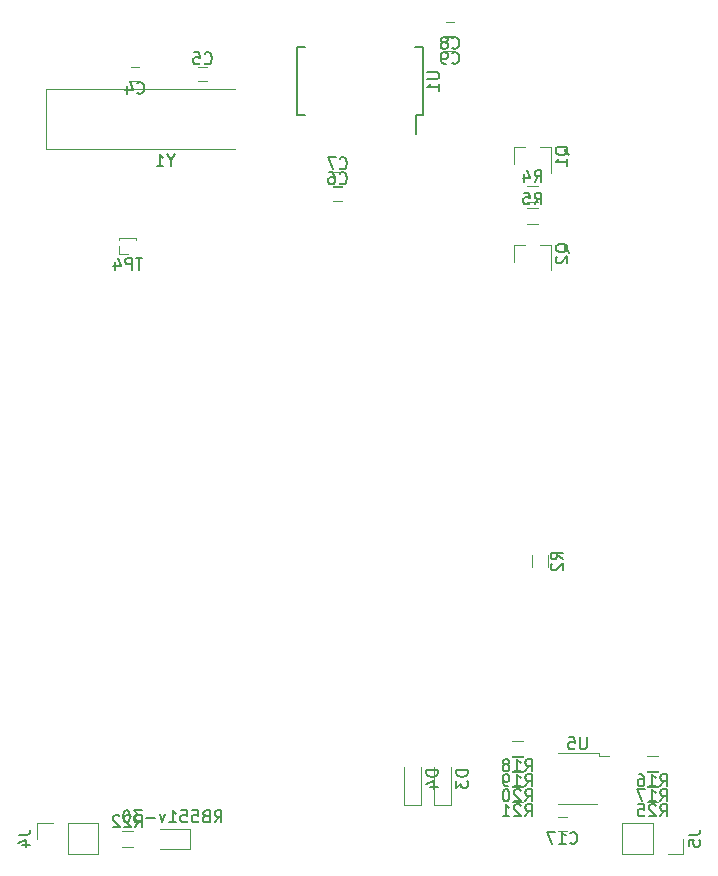
<source format=gbr>
G04 #@! TF.FileFunction,Legend,Bot*
%FSLAX46Y46*%
G04 Gerber Fmt 4.6, Leading zero omitted, Abs format (unit mm)*
G04 Created by KiCad (PCBNEW 4.0.6) date 01/12/18 22:01:54*
%MOMM*%
%LPD*%
G01*
G04 APERTURE LIST*
%ADD10C,0.100000*%
%ADD11C,0.120000*%
%ADD12C,0.150000*%
G04 APERTURE END LIST*
D10*
D11*
X49715000Y-43190000D02*
X33740000Y-43190000D01*
X33740000Y-43190000D02*
X33740000Y-38090000D01*
X33740000Y-38090000D02*
X49715000Y-38090000D01*
X40925000Y-37430000D02*
X41625000Y-37430000D01*
X41625000Y-36230000D02*
X40925000Y-36230000D01*
X47340000Y-36230000D02*
X46640000Y-36230000D01*
X46640000Y-37430000D02*
X47340000Y-37430000D01*
X58770000Y-46390000D02*
X58070000Y-46390000D01*
X58070000Y-47590000D02*
X58770000Y-47590000D01*
X58770000Y-45120000D02*
X58070000Y-45120000D01*
X58070000Y-46320000D02*
X58770000Y-46320000D01*
X67595000Y-33620000D02*
X68295000Y-33620000D01*
X68295000Y-32420000D02*
X67595000Y-32420000D01*
X67595000Y-34890000D02*
X68295000Y-34890000D01*
X68295000Y-33690000D02*
X67595000Y-33690000D01*
X77120000Y-100930000D02*
X77820000Y-100930000D01*
X77820000Y-99730000D02*
X77120000Y-99730000D01*
X66560000Y-95520000D02*
X66560000Y-98720000D01*
X68060000Y-98720000D02*
X68060000Y-95520000D01*
X68060000Y-98720000D02*
X66560000Y-98720000D01*
X64020000Y-95520000D02*
X64020000Y-98720000D01*
X65520000Y-98720000D02*
X65520000Y-95520000D01*
X65520000Y-98720000D02*
X64020000Y-98720000D01*
X38160000Y-100270000D02*
X38160000Y-102930000D01*
X35560000Y-100270000D02*
X38160000Y-100270000D01*
X35560000Y-102930000D02*
X38160000Y-102930000D01*
X35560000Y-100270000D02*
X35560000Y-102930000D01*
X34290000Y-100270000D02*
X32960000Y-100270000D01*
X32960000Y-100270000D02*
X32960000Y-101600000D01*
X82490000Y-102930000D02*
X82490000Y-100270000D01*
X85090000Y-102930000D02*
X82490000Y-102930000D01*
X85090000Y-100270000D02*
X82490000Y-100270000D01*
X85090000Y-102930000D02*
X85090000Y-100270000D01*
X86360000Y-102930000D02*
X87690000Y-102930000D01*
X87690000Y-102930000D02*
X87690000Y-101600000D01*
X73350000Y-43055000D02*
X74280000Y-43055000D01*
X76510000Y-43055000D02*
X75580000Y-43055000D01*
X76510000Y-43055000D02*
X76510000Y-45215000D01*
X73350000Y-43055000D02*
X73350000Y-44515000D01*
X73350000Y-51310000D02*
X74280000Y-51310000D01*
X76510000Y-51310000D02*
X75580000Y-51310000D01*
X76510000Y-51310000D02*
X76510000Y-53470000D01*
X73350000Y-51310000D02*
X73350000Y-52770000D01*
X74885000Y-77605000D02*
X74885000Y-78605000D01*
X76245000Y-78605000D02*
X76245000Y-77605000D01*
X74430000Y-47670000D02*
X75430000Y-47670000D01*
X75430000Y-46310000D02*
X74430000Y-46310000D01*
X74430000Y-49575000D02*
X75430000Y-49575000D01*
X75430000Y-48215000D02*
X74430000Y-48215000D01*
X85590000Y-94570000D02*
X84590000Y-94570000D01*
X84590000Y-95930000D02*
X85590000Y-95930000D01*
X85590000Y-95840000D02*
X84590000Y-95840000D01*
X84590000Y-97200000D02*
X85590000Y-97200000D01*
X74160000Y-93300000D02*
X73160000Y-93300000D01*
X73160000Y-94660000D02*
X74160000Y-94660000D01*
X74160000Y-94570000D02*
X73160000Y-94570000D01*
X73160000Y-95930000D02*
X74160000Y-95930000D01*
X74160000Y-95840000D02*
X73160000Y-95840000D01*
X73160000Y-97200000D02*
X74160000Y-97200000D01*
X74160000Y-97110000D02*
X73160000Y-97110000D01*
X73160000Y-98470000D02*
X74160000Y-98470000D01*
X40140000Y-102280000D02*
X41140000Y-102280000D01*
X41140000Y-100920000D02*
X40140000Y-100920000D01*
X85590000Y-97110000D02*
X84590000Y-97110000D01*
X84590000Y-98470000D02*
X85590000Y-98470000D01*
X45950000Y-100750000D02*
X45950000Y-102450000D01*
X45950000Y-102450000D02*
X43400000Y-102450000D01*
X45950000Y-100750000D02*
X43400000Y-100750000D01*
X39945000Y-50750000D02*
X41335000Y-50750000D01*
X39945000Y-50750000D02*
X39945000Y-50875000D01*
X41335000Y-50750000D02*
X41335000Y-50875000D01*
X39945000Y-50750000D02*
X40031724Y-50750000D01*
X41248276Y-50750000D02*
X41335000Y-50750000D01*
X39945000Y-51435000D02*
X39945000Y-52120000D01*
X39945000Y-52120000D02*
X40640000Y-52120000D01*
D12*
X65650000Y-40340000D02*
X65075000Y-40340000D01*
X65650000Y-34590000D02*
X65000000Y-34590000D01*
X55000000Y-34590000D02*
X55650000Y-34590000D01*
X55000000Y-40340000D02*
X55650000Y-40340000D01*
X65650000Y-40340000D02*
X65650000Y-34590000D01*
X55000000Y-40340000D02*
X55000000Y-34590000D01*
X65075000Y-40340000D02*
X65075000Y-41940000D01*
D11*
X77090000Y-98670000D02*
X80390000Y-98670000D01*
X81390000Y-94620000D02*
X80540000Y-94620000D01*
X80540000Y-94620000D02*
X80540000Y-94320000D01*
X80540000Y-94320000D02*
X77090000Y-94320000D01*
D12*
X44291191Y-44166190D02*
X44291191Y-44642381D01*
X44624524Y-43642381D02*
X44291191Y-44166190D01*
X43957857Y-43642381D01*
X43100714Y-44642381D02*
X43672143Y-44642381D01*
X43386429Y-44642381D02*
X43386429Y-43642381D01*
X43481667Y-43785238D01*
X43576905Y-43880476D01*
X43672143Y-43928095D01*
X41441666Y-38437143D02*
X41489285Y-38484762D01*
X41632142Y-38532381D01*
X41727380Y-38532381D01*
X41870238Y-38484762D01*
X41965476Y-38389524D01*
X42013095Y-38294286D01*
X42060714Y-38103810D01*
X42060714Y-37960952D01*
X42013095Y-37770476D01*
X41965476Y-37675238D01*
X41870238Y-37580000D01*
X41727380Y-37532381D01*
X41632142Y-37532381D01*
X41489285Y-37580000D01*
X41441666Y-37627619D01*
X40584523Y-37865714D02*
X40584523Y-38532381D01*
X40822619Y-37484762D02*
X41060714Y-38199048D01*
X40441666Y-38199048D01*
X47156666Y-35937143D02*
X47204285Y-35984762D01*
X47347142Y-36032381D01*
X47442380Y-36032381D01*
X47585238Y-35984762D01*
X47680476Y-35889524D01*
X47728095Y-35794286D01*
X47775714Y-35603810D01*
X47775714Y-35460952D01*
X47728095Y-35270476D01*
X47680476Y-35175238D01*
X47585238Y-35080000D01*
X47442380Y-35032381D01*
X47347142Y-35032381D01*
X47204285Y-35080000D01*
X47156666Y-35127619D01*
X46251904Y-35032381D02*
X46728095Y-35032381D01*
X46775714Y-35508571D01*
X46728095Y-35460952D01*
X46632857Y-35413333D01*
X46394761Y-35413333D01*
X46299523Y-35460952D01*
X46251904Y-35508571D01*
X46204285Y-35603810D01*
X46204285Y-35841905D01*
X46251904Y-35937143D01*
X46299523Y-35984762D01*
X46394761Y-36032381D01*
X46632857Y-36032381D01*
X46728095Y-35984762D01*
X46775714Y-35937143D01*
X58586666Y-46097143D02*
X58634285Y-46144762D01*
X58777142Y-46192381D01*
X58872380Y-46192381D01*
X59015238Y-46144762D01*
X59110476Y-46049524D01*
X59158095Y-45954286D01*
X59205714Y-45763810D01*
X59205714Y-45620952D01*
X59158095Y-45430476D01*
X59110476Y-45335238D01*
X59015238Y-45240000D01*
X58872380Y-45192381D01*
X58777142Y-45192381D01*
X58634285Y-45240000D01*
X58586666Y-45287619D01*
X57729523Y-45192381D02*
X57920000Y-45192381D01*
X58015238Y-45240000D01*
X58062857Y-45287619D01*
X58158095Y-45430476D01*
X58205714Y-45620952D01*
X58205714Y-46001905D01*
X58158095Y-46097143D01*
X58110476Y-46144762D01*
X58015238Y-46192381D01*
X57824761Y-46192381D01*
X57729523Y-46144762D01*
X57681904Y-46097143D01*
X57634285Y-46001905D01*
X57634285Y-45763810D01*
X57681904Y-45668571D01*
X57729523Y-45620952D01*
X57824761Y-45573333D01*
X58015238Y-45573333D01*
X58110476Y-45620952D01*
X58158095Y-45668571D01*
X58205714Y-45763810D01*
X58586666Y-44827143D02*
X58634285Y-44874762D01*
X58777142Y-44922381D01*
X58872380Y-44922381D01*
X59015238Y-44874762D01*
X59110476Y-44779524D01*
X59158095Y-44684286D01*
X59205714Y-44493810D01*
X59205714Y-44350952D01*
X59158095Y-44160476D01*
X59110476Y-44065238D01*
X59015238Y-43970000D01*
X58872380Y-43922381D01*
X58777142Y-43922381D01*
X58634285Y-43970000D01*
X58586666Y-44017619D01*
X58253333Y-43922381D02*
X57586666Y-43922381D01*
X58015238Y-44922381D01*
X68111666Y-34627143D02*
X68159285Y-34674762D01*
X68302142Y-34722381D01*
X68397380Y-34722381D01*
X68540238Y-34674762D01*
X68635476Y-34579524D01*
X68683095Y-34484286D01*
X68730714Y-34293810D01*
X68730714Y-34150952D01*
X68683095Y-33960476D01*
X68635476Y-33865238D01*
X68540238Y-33770000D01*
X68397380Y-33722381D01*
X68302142Y-33722381D01*
X68159285Y-33770000D01*
X68111666Y-33817619D01*
X67540238Y-34150952D02*
X67635476Y-34103333D01*
X67683095Y-34055714D01*
X67730714Y-33960476D01*
X67730714Y-33912857D01*
X67683095Y-33817619D01*
X67635476Y-33770000D01*
X67540238Y-33722381D01*
X67349761Y-33722381D01*
X67254523Y-33770000D01*
X67206904Y-33817619D01*
X67159285Y-33912857D01*
X67159285Y-33960476D01*
X67206904Y-34055714D01*
X67254523Y-34103333D01*
X67349761Y-34150952D01*
X67540238Y-34150952D01*
X67635476Y-34198571D01*
X67683095Y-34246190D01*
X67730714Y-34341429D01*
X67730714Y-34531905D01*
X67683095Y-34627143D01*
X67635476Y-34674762D01*
X67540238Y-34722381D01*
X67349761Y-34722381D01*
X67254523Y-34674762D01*
X67206904Y-34627143D01*
X67159285Y-34531905D01*
X67159285Y-34341429D01*
X67206904Y-34246190D01*
X67254523Y-34198571D01*
X67349761Y-34150952D01*
X68111666Y-35897143D02*
X68159285Y-35944762D01*
X68302142Y-35992381D01*
X68397380Y-35992381D01*
X68540238Y-35944762D01*
X68635476Y-35849524D01*
X68683095Y-35754286D01*
X68730714Y-35563810D01*
X68730714Y-35420952D01*
X68683095Y-35230476D01*
X68635476Y-35135238D01*
X68540238Y-35040000D01*
X68397380Y-34992381D01*
X68302142Y-34992381D01*
X68159285Y-35040000D01*
X68111666Y-35087619D01*
X67635476Y-35992381D02*
X67445000Y-35992381D01*
X67349761Y-35944762D01*
X67302142Y-35897143D01*
X67206904Y-35754286D01*
X67159285Y-35563810D01*
X67159285Y-35182857D01*
X67206904Y-35087619D01*
X67254523Y-35040000D01*
X67349761Y-34992381D01*
X67540238Y-34992381D01*
X67635476Y-35040000D01*
X67683095Y-35087619D01*
X67730714Y-35182857D01*
X67730714Y-35420952D01*
X67683095Y-35516190D01*
X67635476Y-35563810D01*
X67540238Y-35611429D01*
X67349761Y-35611429D01*
X67254523Y-35563810D01*
X67206904Y-35516190D01*
X67159285Y-35420952D01*
X78112857Y-101937143D02*
X78160476Y-101984762D01*
X78303333Y-102032381D01*
X78398571Y-102032381D01*
X78541429Y-101984762D01*
X78636667Y-101889524D01*
X78684286Y-101794286D01*
X78731905Y-101603810D01*
X78731905Y-101460952D01*
X78684286Y-101270476D01*
X78636667Y-101175238D01*
X78541429Y-101080000D01*
X78398571Y-101032381D01*
X78303333Y-101032381D01*
X78160476Y-101080000D01*
X78112857Y-101127619D01*
X77160476Y-102032381D02*
X77731905Y-102032381D01*
X77446191Y-102032381D02*
X77446191Y-101032381D01*
X77541429Y-101175238D01*
X77636667Y-101270476D01*
X77731905Y-101318095D01*
X76827143Y-101032381D02*
X76160476Y-101032381D01*
X76589048Y-102032381D01*
X69462381Y-95781905D02*
X68462381Y-95781905D01*
X68462381Y-96020000D01*
X68510000Y-96162858D01*
X68605238Y-96258096D01*
X68700476Y-96305715D01*
X68890952Y-96353334D01*
X69033810Y-96353334D01*
X69224286Y-96305715D01*
X69319524Y-96258096D01*
X69414762Y-96162858D01*
X69462381Y-96020000D01*
X69462381Y-95781905D01*
X68462381Y-96686667D02*
X68462381Y-97305715D01*
X68843333Y-96972381D01*
X68843333Y-97115239D01*
X68890952Y-97210477D01*
X68938571Y-97258096D01*
X69033810Y-97305715D01*
X69271905Y-97305715D01*
X69367143Y-97258096D01*
X69414762Y-97210477D01*
X69462381Y-97115239D01*
X69462381Y-96829524D01*
X69414762Y-96734286D01*
X69367143Y-96686667D01*
X66922381Y-95781905D02*
X65922381Y-95781905D01*
X65922381Y-96020000D01*
X65970000Y-96162858D01*
X66065238Y-96258096D01*
X66160476Y-96305715D01*
X66350952Y-96353334D01*
X66493810Y-96353334D01*
X66684286Y-96305715D01*
X66779524Y-96258096D01*
X66874762Y-96162858D01*
X66922381Y-96020000D01*
X66922381Y-95781905D01*
X66255714Y-97210477D02*
X66922381Y-97210477D01*
X65874762Y-96972381D02*
X66589048Y-96734286D01*
X66589048Y-97353334D01*
X31412381Y-101266667D02*
X32126667Y-101266667D01*
X32269524Y-101219047D01*
X32364762Y-101123809D01*
X32412381Y-100980952D01*
X32412381Y-100885714D01*
X31745714Y-102171429D02*
X32412381Y-102171429D01*
X31364762Y-101933333D02*
X32079048Y-101695238D01*
X32079048Y-102314286D01*
X88142381Y-101266667D02*
X88856667Y-101266667D01*
X88999524Y-101219047D01*
X89094762Y-101123809D01*
X89142381Y-100980952D01*
X89142381Y-100885714D01*
X88142381Y-102219048D02*
X88142381Y-101742857D01*
X88618571Y-101695238D01*
X88570952Y-101742857D01*
X88523333Y-101838095D01*
X88523333Y-102076191D01*
X88570952Y-102171429D01*
X88618571Y-102219048D01*
X88713810Y-102266667D01*
X88951905Y-102266667D01*
X89047143Y-102219048D01*
X89094762Y-102171429D01*
X89142381Y-102076191D01*
X89142381Y-101838095D01*
X89094762Y-101742857D01*
X89047143Y-101695238D01*
X77977619Y-43719762D02*
X77930000Y-43624524D01*
X77834762Y-43529286D01*
X77691905Y-43386429D01*
X77644286Y-43291190D01*
X77644286Y-43195952D01*
X77882381Y-43243571D02*
X77834762Y-43148333D01*
X77739524Y-43053095D01*
X77549048Y-43005476D01*
X77215714Y-43005476D01*
X77025238Y-43053095D01*
X76930000Y-43148333D01*
X76882381Y-43243571D01*
X76882381Y-43434048D01*
X76930000Y-43529286D01*
X77025238Y-43624524D01*
X77215714Y-43672143D01*
X77549048Y-43672143D01*
X77739524Y-43624524D01*
X77834762Y-43529286D01*
X77882381Y-43434048D01*
X77882381Y-43243571D01*
X77882381Y-44624524D02*
X77882381Y-44053095D01*
X77882381Y-44338809D02*
X76882381Y-44338809D01*
X77025238Y-44243571D01*
X77120476Y-44148333D01*
X77168095Y-44053095D01*
X77977619Y-51974762D02*
X77930000Y-51879524D01*
X77834762Y-51784286D01*
X77691905Y-51641429D01*
X77644286Y-51546190D01*
X77644286Y-51450952D01*
X77882381Y-51498571D02*
X77834762Y-51403333D01*
X77739524Y-51308095D01*
X77549048Y-51260476D01*
X77215714Y-51260476D01*
X77025238Y-51308095D01*
X76930000Y-51403333D01*
X76882381Y-51498571D01*
X76882381Y-51689048D01*
X76930000Y-51784286D01*
X77025238Y-51879524D01*
X77215714Y-51927143D01*
X77549048Y-51927143D01*
X77739524Y-51879524D01*
X77834762Y-51784286D01*
X77882381Y-51689048D01*
X77882381Y-51498571D01*
X76977619Y-52308095D02*
X76930000Y-52355714D01*
X76882381Y-52450952D01*
X76882381Y-52689048D01*
X76930000Y-52784286D01*
X76977619Y-52831905D01*
X77072857Y-52879524D01*
X77168095Y-52879524D01*
X77310952Y-52831905D01*
X77882381Y-52260476D01*
X77882381Y-52879524D01*
X77467381Y-77938334D02*
X76991190Y-77605000D01*
X77467381Y-77366905D02*
X76467381Y-77366905D01*
X76467381Y-77747858D01*
X76515000Y-77843096D01*
X76562619Y-77890715D01*
X76657857Y-77938334D01*
X76800714Y-77938334D01*
X76895952Y-77890715D01*
X76943571Y-77843096D01*
X76991190Y-77747858D01*
X76991190Y-77366905D01*
X76562619Y-78319286D02*
X76515000Y-78366905D01*
X76467381Y-78462143D01*
X76467381Y-78700239D01*
X76515000Y-78795477D01*
X76562619Y-78843096D01*
X76657857Y-78890715D01*
X76753095Y-78890715D01*
X76895952Y-78843096D01*
X77467381Y-78271667D01*
X77467381Y-78890715D01*
X75096666Y-45992381D02*
X75430000Y-45516190D01*
X75668095Y-45992381D02*
X75668095Y-44992381D01*
X75287142Y-44992381D01*
X75191904Y-45040000D01*
X75144285Y-45087619D01*
X75096666Y-45182857D01*
X75096666Y-45325714D01*
X75144285Y-45420952D01*
X75191904Y-45468571D01*
X75287142Y-45516190D01*
X75668095Y-45516190D01*
X74239523Y-45325714D02*
X74239523Y-45992381D01*
X74477619Y-44944762D02*
X74715714Y-45659048D01*
X74096666Y-45659048D01*
X75096666Y-47897381D02*
X75430000Y-47421190D01*
X75668095Y-47897381D02*
X75668095Y-46897381D01*
X75287142Y-46897381D01*
X75191904Y-46945000D01*
X75144285Y-46992619D01*
X75096666Y-47087857D01*
X75096666Y-47230714D01*
X75144285Y-47325952D01*
X75191904Y-47373571D01*
X75287142Y-47421190D01*
X75668095Y-47421190D01*
X74191904Y-46897381D02*
X74668095Y-46897381D01*
X74715714Y-47373571D01*
X74668095Y-47325952D01*
X74572857Y-47278333D01*
X74334761Y-47278333D01*
X74239523Y-47325952D01*
X74191904Y-47373571D01*
X74144285Y-47468810D01*
X74144285Y-47706905D01*
X74191904Y-47802143D01*
X74239523Y-47849762D01*
X74334761Y-47897381D01*
X74572857Y-47897381D01*
X74668095Y-47849762D01*
X74715714Y-47802143D01*
X85732857Y-97152381D02*
X86066191Y-96676190D01*
X86304286Y-97152381D02*
X86304286Y-96152381D01*
X85923333Y-96152381D01*
X85828095Y-96200000D01*
X85780476Y-96247619D01*
X85732857Y-96342857D01*
X85732857Y-96485714D01*
X85780476Y-96580952D01*
X85828095Y-96628571D01*
X85923333Y-96676190D01*
X86304286Y-96676190D01*
X84780476Y-97152381D02*
X85351905Y-97152381D01*
X85066191Y-97152381D02*
X85066191Y-96152381D01*
X85161429Y-96295238D01*
X85256667Y-96390476D01*
X85351905Y-96438095D01*
X83923333Y-96152381D02*
X84113810Y-96152381D01*
X84209048Y-96200000D01*
X84256667Y-96247619D01*
X84351905Y-96390476D01*
X84399524Y-96580952D01*
X84399524Y-96961905D01*
X84351905Y-97057143D01*
X84304286Y-97104762D01*
X84209048Y-97152381D01*
X84018571Y-97152381D01*
X83923333Y-97104762D01*
X83875714Y-97057143D01*
X83828095Y-96961905D01*
X83828095Y-96723810D01*
X83875714Y-96628571D01*
X83923333Y-96580952D01*
X84018571Y-96533333D01*
X84209048Y-96533333D01*
X84304286Y-96580952D01*
X84351905Y-96628571D01*
X84399524Y-96723810D01*
X85732857Y-98422381D02*
X86066191Y-97946190D01*
X86304286Y-98422381D02*
X86304286Y-97422381D01*
X85923333Y-97422381D01*
X85828095Y-97470000D01*
X85780476Y-97517619D01*
X85732857Y-97612857D01*
X85732857Y-97755714D01*
X85780476Y-97850952D01*
X85828095Y-97898571D01*
X85923333Y-97946190D01*
X86304286Y-97946190D01*
X84780476Y-98422381D02*
X85351905Y-98422381D01*
X85066191Y-98422381D02*
X85066191Y-97422381D01*
X85161429Y-97565238D01*
X85256667Y-97660476D01*
X85351905Y-97708095D01*
X84447143Y-97422381D02*
X83780476Y-97422381D01*
X84209048Y-98422381D01*
X74302857Y-95882381D02*
X74636191Y-95406190D01*
X74874286Y-95882381D02*
X74874286Y-94882381D01*
X74493333Y-94882381D01*
X74398095Y-94930000D01*
X74350476Y-94977619D01*
X74302857Y-95072857D01*
X74302857Y-95215714D01*
X74350476Y-95310952D01*
X74398095Y-95358571D01*
X74493333Y-95406190D01*
X74874286Y-95406190D01*
X73350476Y-95882381D02*
X73921905Y-95882381D01*
X73636191Y-95882381D02*
X73636191Y-94882381D01*
X73731429Y-95025238D01*
X73826667Y-95120476D01*
X73921905Y-95168095D01*
X72779048Y-95310952D02*
X72874286Y-95263333D01*
X72921905Y-95215714D01*
X72969524Y-95120476D01*
X72969524Y-95072857D01*
X72921905Y-94977619D01*
X72874286Y-94930000D01*
X72779048Y-94882381D01*
X72588571Y-94882381D01*
X72493333Y-94930000D01*
X72445714Y-94977619D01*
X72398095Y-95072857D01*
X72398095Y-95120476D01*
X72445714Y-95215714D01*
X72493333Y-95263333D01*
X72588571Y-95310952D01*
X72779048Y-95310952D01*
X72874286Y-95358571D01*
X72921905Y-95406190D01*
X72969524Y-95501429D01*
X72969524Y-95691905D01*
X72921905Y-95787143D01*
X72874286Y-95834762D01*
X72779048Y-95882381D01*
X72588571Y-95882381D01*
X72493333Y-95834762D01*
X72445714Y-95787143D01*
X72398095Y-95691905D01*
X72398095Y-95501429D01*
X72445714Y-95406190D01*
X72493333Y-95358571D01*
X72588571Y-95310952D01*
X74302857Y-97152381D02*
X74636191Y-96676190D01*
X74874286Y-97152381D02*
X74874286Y-96152381D01*
X74493333Y-96152381D01*
X74398095Y-96200000D01*
X74350476Y-96247619D01*
X74302857Y-96342857D01*
X74302857Y-96485714D01*
X74350476Y-96580952D01*
X74398095Y-96628571D01*
X74493333Y-96676190D01*
X74874286Y-96676190D01*
X73350476Y-97152381D02*
X73921905Y-97152381D01*
X73636191Y-97152381D02*
X73636191Y-96152381D01*
X73731429Y-96295238D01*
X73826667Y-96390476D01*
X73921905Y-96438095D01*
X72874286Y-97152381D02*
X72683810Y-97152381D01*
X72588571Y-97104762D01*
X72540952Y-97057143D01*
X72445714Y-96914286D01*
X72398095Y-96723810D01*
X72398095Y-96342857D01*
X72445714Y-96247619D01*
X72493333Y-96200000D01*
X72588571Y-96152381D01*
X72779048Y-96152381D01*
X72874286Y-96200000D01*
X72921905Y-96247619D01*
X72969524Y-96342857D01*
X72969524Y-96580952D01*
X72921905Y-96676190D01*
X72874286Y-96723810D01*
X72779048Y-96771429D01*
X72588571Y-96771429D01*
X72493333Y-96723810D01*
X72445714Y-96676190D01*
X72398095Y-96580952D01*
X74302857Y-98422381D02*
X74636191Y-97946190D01*
X74874286Y-98422381D02*
X74874286Y-97422381D01*
X74493333Y-97422381D01*
X74398095Y-97470000D01*
X74350476Y-97517619D01*
X74302857Y-97612857D01*
X74302857Y-97755714D01*
X74350476Y-97850952D01*
X74398095Y-97898571D01*
X74493333Y-97946190D01*
X74874286Y-97946190D01*
X73921905Y-97517619D02*
X73874286Y-97470000D01*
X73779048Y-97422381D01*
X73540952Y-97422381D01*
X73445714Y-97470000D01*
X73398095Y-97517619D01*
X73350476Y-97612857D01*
X73350476Y-97708095D01*
X73398095Y-97850952D01*
X73969524Y-98422381D01*
X73350476Y-98422381D01*
X72731429Y-97422381D02*
X72636190Y-97422381D01*
X72540952Y-97470000D01*
X72493333Y-97517619D01*
X72445714Y-97612857D01*
X72398095Y-97803333D01*
X72398095Y-98041429D01*
X72445714Y-98231905D01*
X72493333Y-98327143D01*
X72540952Y-98374762D01*
X72636190Y-98422381D01*
X72731429Y-98422381D01*
X72826667Y-98374762D01*
X72874286Y-98327143D01*
X72921905Y-98231905D01*
X72969524Y-98041429D01*
X72969524Y-97803333D01*
X72921905Y-97612857D01*
X72874286Y-97517619D01*
X72826667Y-97470000D01*
X72731429Y-97422381D01*
X74302857Y-99692381D02*
X74636191Y-99216190D01*
X74874286Y-99692381D02*
X74874286Y-98692381D01*
X74493333Y-98692381D01*
X74398095Y-98740000D01*
X74350476Y-98787619D01*
X74302857Y-98882857D01*
X74302857Y-99025714D01*
X74350476Y-99120952D01*
X74398095Y-99168571D01*
X74493333Y-99216190D01*
X74874286Y-99216190D01*
X73921905Y-98787619D02*
X73874286Y-98740000D01*
X73779048Y-98692381D01*
X73540952Y-98692381D01*
X73445714Y-98740000D01*
X73398095Y-98787619D01*
X73350476Y-98882857D01*
X73350476Y-98978095D01*
X73398095Y-99120952D01*
X73969524Y-99692381D01*
X73350476Y-99692381D01*
X72398095Y-99692381D02*
X72969524Y-99692381D01*
X72683810Y-99692381D02*
X72683810Y-98692381D01*
X72779048Y-98835238D01*
X72874286Y-98930476D01*
X72969524Y-98978095D01*
X41282857Y-100602381D02*
X41616191Y-100126190D01*
X41854286Y-100602381D02*
X41854286Y-99602381D01*
X41473333Y-99602381D01*
X41378095Y-99650000D01*
X41330476Y-99697619D01*
X41282857Y-99792857D01*
X41282857Y-99935714D01*
X41330476Y-100030952D01*
X41378095Y-100078571D01*
X41473333Y-100126190D01*
X41854286Y-100126190D01*
X40901905Y-99697619D02*
X40854286Y-99650000D01*
X40759048Y-99602381D01*
X40520952Y-99602381D01*
X40425714Y-99650000D01*
X40378095Y-99697619D01*
X40330476Y-99792857D01*
X40330476Y-99888095D01*
X40378095Y-100030952D01*
X40949524Y-100602381D01*
X40330476Y-100602381D01*
X39949524Y-99697619D02*
X39901905Y-99650000D01*
X39806667Y-99602381D01*
X39568571Y-99602381D01*
X39473333Y-99650000D01*
X39425714Y-99697619D01*
X39378095Y-99792857D01*
X39378095Y-99888095D01*
X39425714Y-100030952D01*
X39997143Y-100602381D01*
X39378095Y-100602381D01*
X85732857Y-99692381D02*
X86066191Y-99216190D01*
X86304286Y-99692381D02*
X86304286Y-98692381D01*
X85923333Y-98692381D01*
X85828095Y-98740000D01*
X85780476Y-98787619D01*
X85732857Y-98882857D01*
X85732857Y-99025714D01*
X85780476Y-99120952D01*
X85828095Y-99168571D01*
X85923333Y-99216190D01*
X86304286Y-99216190D01*
X85351905Y-98787619D02*
X85304286Y-98740000D01*
X85209048Y-98692381D01*
X84970952Y-98692381D01*
X84875714Y-98740000D01*
X84828095Y-98787619D01*
X84780476Y-98882857D01*
X84780476Y-98978095D01*
X84828095Y-99120952D01*
X85399524Y-99692381D01*
X84780476Y-99692381D01*
X83875714Y-98692381D02*
X84351905Y-98692381D01*
X84399524Y-99168571D01*
X84351905Y-99120952D01*
X84256667Y-99073333D01*
X84018571Y-99073333D01*
X83923333Y-99120952D01*
X83875714Y-99168571D01*
X83828095Y-99263810D01*
X83828095Y-99501905D01*
X83875714Y-99597143D01*
X83923333Y-99644762D01*
X84018571Y-99692381D01*
X84256667Y-99692381D01*
X84351905Y-99644762D01*
X84399524Y-99597143D01*
X48021428Y-100202381D02*
X48354762Y-99726190D01*
X48592857Y-100202381D02*
X48592857Y-99202381D01*
X48211904Y-99202381D01*
X48116666Y-99250000D01*
X48069047Y-99297619D01*
X48021428Y-99392857D01*
X48021428Y-99535714D01*
X48069047Y-99630952D01*
X48116666Y-99678571D01*
X48211904Y-99726190D01*
X48592857Y-99726190D01*
X47259523Y-99678571D02*
X47116666Y-99726190D01*
X47069047Y-99773810D01*
X47021428Y-99869048D01*
X47021428Y-100011905D01*
X47069047Y-100107143D01*
X47116666Y-100154762D01*
X47211904Y-100202381D01*
X47592857Y-100202381D01*
X47592857Y-99202381D01*
X47259523Y-99202381D01*
X47164285Y-99250000D01*
X47116666Y-99297619D01*
X47069047Y-99392857D01*
X47069047Y-99488095D01*
X47116666Y-99583333D01*
X47164285Y-99630952D01*
X47259523Y-99678571D01*
X47592857Y-99678571D01*
X46116666Y-99202381D02*
X46592857Y-99202381D01*
X46640476Y-99678571D01*
X46592857Y-99630952D01*
X46497619Y-99583333D01*
X46259523Y-99583333D01*
X46164285Y-99630952D01*
X46116666Y-99678571D01*
X46069047Y-99773810D01*
X46069047Y-100011905D01*
X46116666Y-100107143D01*
X46164285Y-100154762D01*
X46259523Y-100202381D01*
X46497619Y-100202381D01*
X46592857Y-100154762D01*
X46640476Y-100107143D01*
X45164285Y-99202381D02*
X45640476Y-99202381D01*
X45688095Y-99678571D01*
X45640476Y-99630952D01*
X45545238Y-99583333D01*
X45307142Y-99583333D01*
X45211904Y-99630952D01*
X45164285Y-99678571D01*
X45116666Y-99773810D01*
X45116666Y-100011905D01*
X45164285Y-100107143D01*
X45211904Y-100154762D01*
X45307142Y-100202381D01*
X45545238Y-100202381D01*
X45640476Y-100154762D01*
X45688095Y-100107143D01*
X44164285Y-100202381D02*
X44735714Y-100202381D01*
X44450000Y-100202381D02*
X44450000Y-99202381D01*
X44545238Y-99345238D01*
X44640476Y-99440476D01*
X44735714Y-99488095D01*
X43830952Y-99535714D02*
X43592857Y-100202381D01*
X43354761Y-99535714D01*
X42973809Y-99821429D02*
X42211904Y-99821429D01*
X41830952Y-99202381D02*
X41211904Y-99202381D01*
X41545238Y-99583333D01*
X41402380Y-99583333D01*
X41307142Y-99630952D01*
X41259523Y-99678571D01*
X41211904Y-99773810D01*
X41211904Y-100011905D01*
X41259523Y-100107143D01*
X41307142Y-100154762D01*
X41402380Y-100202381D01*
X41688095Y-100202381D01*
X41783333Y-100154762D01*
X41830952Y-100107143D01*
X40592857Y-99202381D02*
X40497618Y-99202381D01*
X40402380Y-99250000D01*
X40354761Y-99297619D01*
X40307142Y-99392857D01*
X40259523Y-99583333D01*
X40259523Y-99821429D01*
X40307142Y-100011905D01*
X40354761Y-100107143D01*
X40402380Y-100154762D01*
X40497618Y-100202381D01*
X40592857Y-100202381D01*
X40688095Y-100154762D01*
X40735714Y-100107143D01*
X40783333Y-100011905D01*
X40830952Y-99821429D01*
X40830952Y-99583333D01*
X40783333Y-99392857D01*
X40735714Y-99297619D01*
X40688095Y-99250000D01*
X40592857Y-99202381D01*
X41901905Y-52447381D02*
X41330476Y-52447381D01*
X41616191Y-53447381D02*
X41616191Y-52447381D01*
X40997143Y-53447381D02*
X40997143Y-52447381D01*
X40616190Y-52447381D01*
X40520952Y-52495000D01*
X40473333Y-52542619D01*
X40425714Y-52637857D01*
X40425714Y-52780714D01*
X40473333Y-52875952D01*
X40520952Y-52923571D01*
X40616190Y-52971190D01*
X40997143Y-52971190D01*
X39568571Y-52780714D02*
X39568571Y-53447381D01*
X39806667Y-52399762D02*
X40044762Y-53114048D01*
X39425714Y-53114048D01*
X66027381Y-36703095D02*
X66836905Y-36703095D01*
X66932143Y-36750714D01*
X66979762Y-36798333D01*
X67027381Y-36893571D01*
X67027381Y-37084048D01*
X66979762Y-37179286D01*
X66932143Y-37226905D01*
X66836905Y-37274524D01*
X66027381Y-37274524D01*
X67027381Y-38274524D02*
X67027381Y-37703095D01*
X67027381Y-37988809D02*
X66027381Y-37988809D01*
X66170238Y-37893571D01*
X66265476Y-37798333D01*
X66313095Y-37703095D01*
X79501905Y-93022381D02*
X79501905Y-93831905D01*
X79454286Y-93927143D01*
X79406667Y-93974762D01*
X79311429Y-94022381D01*
X79120952Y-94022381D01*
X79025714Y-93974762D01*
X78978095Y-93927143D01*
X78930476Y-93831905D01*
X78930476Y-93022381D01*
X77978095Y-93022381D02*
X78454286Y-93022381D01*
X78501905Y-93498571D01*
X78454286Y-93450952D01*
X78359048Y-93403333D01*
X78120952Y-93403333D01*
X78025714Y-93450952D01*
X77978095Y-93498571D01*
X77930476Y-93593810D01*
X77930476Y-93831905D01*
X77978095Y-93927143D01*
X78025714Y-93974762D01*
X78120952Y-94022381D01*
X78359048Y-94022381D01*
X78454286Y-93974762D01*
X78501905Y-93927143D01*
M02*

</source>
